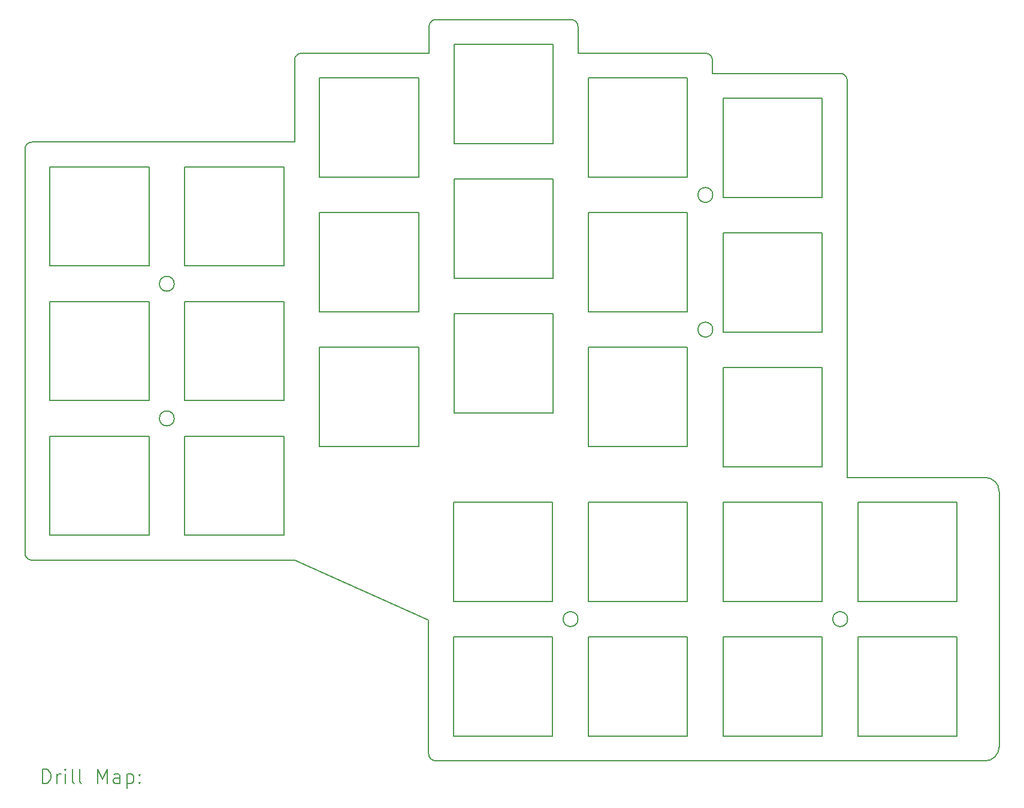
<source format=gbr>
%TF.GenerationSoftware,KiCad,Pcbnew,(6.0.8)*%
%TF.CreationDate,2022-10-22T23:39:25+01:00*%
%TF.ProjectId,top_plate,746f705f-706c-4617-9465-2e6b69636164,v1.0.0*%
%TF.SameCoordinates,Original*%
%TF.FileFunction,Drillmap*%
%TF.FilePolarity,Positive*%
%FSLAX45Y45*%
G04 Gerber Fmt 4.5, Leading zero omitted, Abs format (unit mm)*
G04 Created by KiCad (PCBNEW (6.0.8)) date 2022-10-22 23:39:25*
%MOMM*%
%LPD*%
G01*
G04 APERTURE LIST*
%ADD10C,0.150000*%
%ADD11C,0.200000*%
G04 APERTURE END LIST*
D10*
X6415000Y5767300D02*
X5015000Y5767300D01*
X8815000Y-233450D02*
X8815000Y-1633450D01*
X1205000Y3110000D02*
X2605000Y3110000D01*
X10215000Y1957300D02*
X8815000Y1957300D01*
X10720000Y-1633450D02*
X12120000Y-1633450D01*
X10567500Y5834050D02*
X10567500Y6019800D01*
X14025000Y-233450D02*
X12625000Y-233450D01*
X14025000Y-1633450D02*
X14025000Y-233450D01*
X4510000Y4510000D02*
X3110000Y4510000D01*
X2605000Y-700000D02*
X2605000Y700000D01*
X6910000Y-233450D02*
X6910000Y-1633450D01*
X2605000Y3110000D02*
X2605000Y4510000D01*
X6915000Y4843550D02*
X8315000Y4843550D01*
X8310000Y-1633450D02*
X8310000Y-233450D01*
X10215000Y2462300D02*
X10215000Y3862300D01*
X5015000Y557300D02*
X6415000Y557300D01*
X4510000Y1205000D02*
X4510000Y2605000D01*
X8315000Y2938550D02*
X8315000Y4338550D01*
X3110000Y4510000D02*
X3110000Y3110000D01*
X6415000Y1957300D02*
X5015000Y1957300D01*
X12120000Y1671550D02*
X10720000Y1671550D01*
X1205000Y2605000D02*
X1205000Y1205000D01*
X852500Y-952500D02*
X852500Y4762500D01*
X8310000Y-233450D02*
X6910000Y-233450D01*
X12472500Y5734050D02*
G75*
G03*
X12372500Y5834050I-100000J0D01*
G01*
X6415000Y557300D02*
X6415000Y1957300D01*
X10720000Y271550D02*
X12120000Y271550D01*
X2605000Y4510000D02*
X1205000Y4510000D01*
X8310000Y-3538450D02*
X8310000Y-2138450D01*
X2605000Y2605000D02*
X1205000Y2605000D01*
X14025000Y-2138450D02*
X12625000Y-2138450D01*
X8315000Y2433550D02*
X6915000Y2433550D01*
X8667500Y6119800D02*
X8667500Y6496050D01*
X6915000Y2938550D02*
X8315000Y2938550D01*
X6657500Y-3890950D02*
X14419500Y-3890950D01*
X8815000Y3862300D02*
X8815000Y2462300D01*
X12625000Y-2138450D02*
X12625000Y-3538450D01*
X12477500Y-1885950D02*
G75*
G03*
X12477500Y-1885950I-105000J0D01*
G01*
X6415000Y4367300D02*
X6415000Y5767300D01*
X8310000Y-2138450D02*
X6910000Y-2138450D01*
X12120000Y2176550D02*
X12120000Y3576550D01*
X12472500Y119050D02*
X12472500Y5734050D01*
X952500Y4862500D02*
G75*
G03*
X852500Y4762500I0J-100000D01*
G01*
X14025000Y-3538450D02*
X14025000Y-2138450D01*
X10720000Y2176550D02*
X12120000Y2176550D01*
X12625000Y-1633450D02*
X14025000Y-1633450D01*
X8567500Y6596050D02*
X6662500Y6596050D01*
X12625000Y-3538450D02*
X14025000Y-3538450D01*
X8815000Y4367300D02*
X10215000Y4367300D01*
X10215000Y-3538450D02*
X10215000Y-2138450D01*
X4762500Y6119800D02*
G75*
G03*
X4662500Y6019800I0J-100000D01*
G01*
X1205000Y4510000D02*
X1205000Y3110000D01*
X8315000Y4338550D02*
X6915000Y4338550D01*
X12120000Y-233450D02*
X10720000Y-233450D01*
X2962500Y952500D02*
G75*
G03*
X2962500Y952500I-105000J0D01*
G01*
X6910000Y-3538450D02*
X8310000Y-3538450D01*
X6662500Y6596050D02*
G75*
G03*
X6562500Y6496050I0J-100000D01*
G01*
X8815000Y557300D02*
X10215000Y557300D01*
X852500Y-952500D02*
G75*
G03*
X952500Y-1052500I100000J0D01*
G01*
X6562500Y6496050D02*
X6562500Y6119800D01*
X10215000Y557300D02*
X10215000Y1957300D01*
X3110000Y2605000D02*
X3110000Y1205000D01*
X8315000Y4843550D02*
X8315000Y6243550D01*
X4510000Y-700000D02*
X4510000Y700000D01*
X3110000Y1205000D02*
X4510000Y1205000D01*
X10720000Y-233450D02*
X10720000Y-1633450D01*
X2962500Y2857500D02*
G75*
G03*
X2962500Y2857500I-105000J0D01*
G01*
X4510000Y3110000D02*
X4510000Y4510000D01*
X5015000Y5767300D02*
X5015000Y4367300D01*
X8815000Y5767300D02*
X8815000Y4367300D01*
X6915000Y6243550D02*
X6915000Y4843550D01*
X8815000Y-3538450D02*
X10215000Y-3538450D01*
X5015000Y4367300D02*
X6415000Y4367300D01*
X6562500Y6119800D02*
X4762500Y6119800D01*
X6557500Y-3790950D02*
X6557500Y-1896838D01*
X8815000Y-2138450D02*
X8815000Y-3538450D01*
X10567500Y6019800D02*
G75*
G03*
X10467500Y6119800I-100000J0D01*
G01*
X12625000Y-233450D02*
X12625000Y-1633450D01*
X10467500Y6119800D02*
X8667500Y6119800D01*
X8815000Y2462300D02*
X10215000Y2462300D01*
X12120000Y3576550D02*
X10720000Y3576550D01*
X12120000Y5481550D02*
X10720000Y5481550D01*
X10215000Y-1633450D02*
X10215000Y-233450D01*
X10572500Y2209800D02*
G75*
G03*
X10572500Y2209800I-105000J0D01*
G01*
X12372500Y5834050D02*
X10567500Y5834050D01*
X12120000Y4081550D02*
X12120000Y5481550D01*
X1205000Y700000D02*
X1205000Y-700000D01*
X4662500Y6019800D02*
X4662500Y4862500D01*
X952500Y4862500D02*
X4662500Y4862500D01*
X6915000Y1033550D02*
X8315000Y1033550D01*
X10720000Y-2138450D02*
X10720000Y-3538450D01*
X8667500Y6496050D02*
G75*
G03*
X8567500Y6596050I-100000J0D01*
G01*
X10720000Y5481550D02*
X10720000Y4081550D01*
X12120000Y271550D02*
X12120000Y1671550D01*
X10215000Y3862300D02*
X8815000Y3862300D01*
X12120000Y-1633450D02*
X12120000Y-233450D01*
X6415000Y2462300D02*
X6415000Y3862300D01*
X10720000Y1671550D02*
X10720000Y271550D01*
X14419500Y-3890950D02*
G75*
G03*
X14619500Y-3690950I0J200000D01*
G01*
X5015000Y3862300D02*
X5015000Y2462300D01*
X6557500Y-1896838D02*
X4662500Y-1052500D01*
X12120000Y-3538450D02*
X12120000Y-2138450D01*
X8815000Y1957300D02*
X8815000Y557300D01*
X8815000Y-1633450D02*
X10215000Y-1633450D01*
X3110000Y700000D02*
X3110000Y-700000D01*
X6910000Y-2138450D02*
X6910000Y-3538450D01*
X10720000Y-3538450D02*
X12120000Y-3538450D01*
X8315000Y6243550D02*
X6915000Y6243550D01*
X6915000Y2433550D02*
X6915000Y1033550D01*
X2605000Y1205000D02*
X2605000Y2605000D01*
X12120000Y-2138450D02*
X10720000Y-2138450D01*
X6557500Y-3790950D02*
G75*
G03*
X6657500Y-3890950I100000J0D01*
G01*
X5015000Y1957300D02*
X5015000Y557300D01*
X10572500Y4114800D02*
G75*
G03*
X10572500Y4114800I-105000J0D01*
G01*
X14619500Y-80950D02*
G75*
G03*
X14419500Y119050I-200000J0D01*
G01*
X10215000Y-2138450D02*
X8815000Y-2138450D01*
X10215000Y-233450D02*
X8815000Y-233450D01*
X3110000Y3110000D02*
X4510000Y3110000D01*
X8667500Y-1885950D02*
G75*
G03*
X8667500Y-1885950I-105000J0D01*
G01*
X10720000Y4081550D02*
X12120000Y4081550D01*
X4510000Y700000D02*
X3110000Y700000D01*
X6915000Y4338550D02*
X6915000Y2938550D01*
X4510000Y2605000D02*
X3110000Y2605000D01*
X6910000Y-1633450D02*
X8310000Y-1633450D01*
X5015000Y2462300D02*
X6415000Y2462300D01*
X952500Y-1052500D02*
X4662500Y-1052500D01*
X14619500Y-3690950D02*
X14619500Y-80950D01*
X10720000Y3576550D02*
X10720000Y2176550D01*
X1205000Y1205000D02*
X2605000Y1205000D01*
X6415000Y3862300D02*
X5015000Y3862300D01*
X3110000Y-700000D02*
X4510000Y-700000D01*
X2605000Y700000D02*
X1205000Y700000D01*
X10215000Y4367300D02*
X10215000Y5767300D01*
X12472500Y119050D02*
X14419500Y119050D01*
X10215000Y5767300D02*
X8815000Y5767300D01*
X8315000Y1033550D02*
X8315000Y2433550D01*
X1205000Y-700000D02*
X2605000Y-700000D01*
D11*
X1102619Y-4208926D02*
X1102619Y-4008926D01*
X1150238Y-4008926D01*
X1178810Y-4018450D01*
X1197857Y-4037498D01*
X1207381Y-4056545D01*
X1216905Y-4094640D01*
X1216905Y-4123212D01*
X1207381Y-4161307D01*
X1197857Y-4180355D01*
X1178810Y-4199402D01*
X1150238Y-4208926D01*
X1102619Y-4208926D01*
X1302619Y-4208926D02*
X1302619Y-4075593D01*
X1302619Y-4113688D02*
X1312143Y-4094640D01*
X1321667Y-4085117D01*
X1340714Y-4075593D01*
X1359762Y-4075593D01*
X1426428Y-4208926D02*
X1426428Y-4075593D01*
X1426428Y-4008926D02*
X1416905Y-4018450D01*
X1426428Y-4027974D01*
X1435952Y-4018450D01*
X1426428Y-4008926D01*
X1426428Y-4027974D01*
X1550238Y-4208926D02*
X1531190Y-4199402D01*
X1521667Y-4180355D01*
X1521667Y-4008926D01*
X1655000Y-4208926D02*
X1635952Y-4199402D01*
X1626428Y-4180355D01*
X1626428Y-4008926D01*
X1883571Y-4208926D02*
X1883571Y-4008926D01*
X1950238Y-4151783D01*
X2016905Y-4008926D01*
X2016905Y-4208926D01*
X2197857Y-4208926D02*
X2197857Y-4104164D01*
X2188333Y-4085117D01*
X2169286Y-4075593D01*
X2131190Y-4075593D01*
X2112143Y-4085117D01*
X2197857Y-4199402D02*
X2178810Y-4208926D01*
X2131190Y-4208926D01*
X2112143Y-4199402D01*
X2102619Y-4180355D01*
X2102619Y-4161307D01*
X2112143Y-4142259D01*
X2131190Y-4132736D01*
X2178810Y-4132736D01*
X2197857Y-4123212D01*
X2293095Y-4075593D02*
X2293095Y-4275593D01*
X2293095Y-4085117D02*
X2312143Y-4075593D01*
X2350238Y-4075593D01*
X2369286Y-4085117D01*
X2378810Y-4094640D01*
X2388333Y-4113688D01*
X2388333Y-4170831D01*
X2378810Y-4189878D01*
X2369286Y-4199402D01*
X2350238Y-4208926D01*
X2312143Y-4208926D01*
X2293095Y-4199402D01*
X2474048Y-4189878D02*
X2483571Y-4199402D01*
X2474048Y-4208926D01*
X2464524Y-4199402D01*
X2474048Y-4189878D01*
X2474048Y-4208926D01*
X2474048Y-4085117D02*
X2483571Y-4094640D01*
X2474048Y-4104164D01*
X2464524Y-4094640D01*
X2474048Y-4085117D01*
X2474048Y-4104164D01*
M02*

</source>
